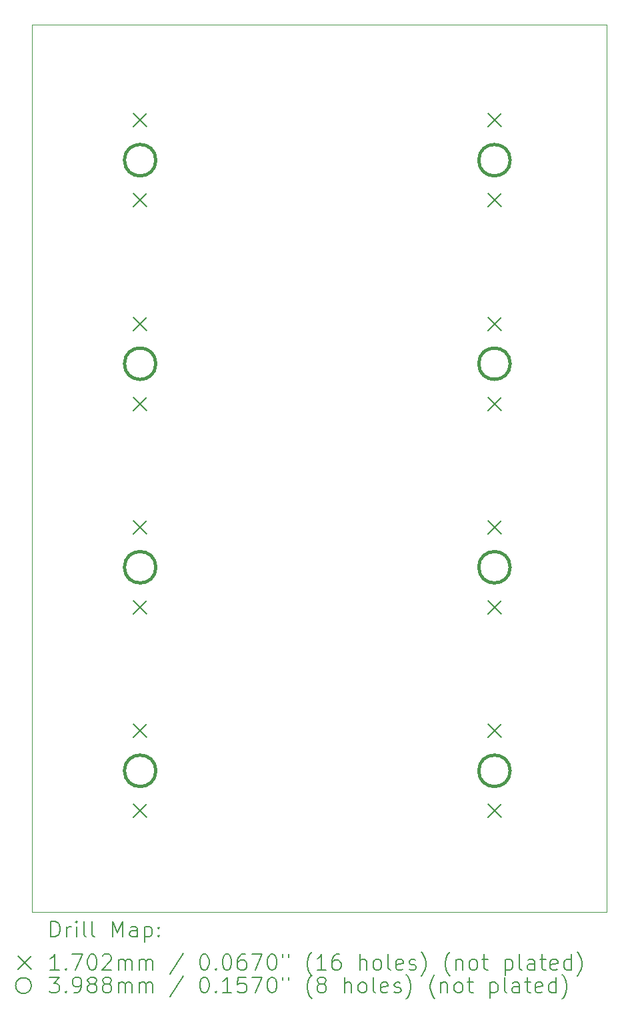
<source format=gbr>
%TF.GenerationSoftware,KiCad,Pcbnew,7.0.2*%
%TF.CreationDate,2023-10-25T06:34:29-04:00*%
%TF.ProjectId,MacroPad Base,4d616372-6f50-4616-9420-426173652e6b,rev?*%
%TF.SameCoordinates,Original*%
%TF.FileFunction,Drillmap*%
%TF.FilePolarity,Positive*%
%FSLAX45Y45*%
G04 Gerber Fmt 4.5, Leading zero omitted, Abs format (unit mm)*
G04 Created by KiCad (PCBNEW 7.0.2) date 2023-10-25 06:34:29*
%MOMM*%
%LPD*%
G01*
G04 APERTURE LIST*
%ADD10C,0.100000*%
%ADD11C,0.200000*%
%ADD12C,0.170180*%
%ADD13C,0.398780*%
G04 APERTURE END LIST*
D10*
X4212350Y-2032900D02*
X11516450Y-2032900D01*
X11516450Y-13298300D01*
X4212350Y-13298300D01*
X4212350Y-2032900D01*
D11*
D12*
X5503710Y-3158110D02*
X5673890Y-3328290D01*
X5673890Y-3158110D02*
X5503710Y-3328290D01*
X5503710Y-4174110D02*
X5673890Y-4344290D01*
X5673890Y-4174110D02*
X5503710Y-4344290D01*
X5503710Y-5743110D02*
X5673890Y-5913290D01*
X5673890Y-5743110D02*
X5503710Y-5913290D01*
X5503710Y-6759110D02*
X5673890Y-6929290D01*
X5673890Y-6759110D02*
X5503710Y-6929290D01*
X5503710Y-8328110D02*
X5673890Y-8498290D01*
X5673890Y-8328110D02*
X5503710Y-8498290D01*
X5503710Y-9344110D02*
X5673890Y-9514290D01*
X5673890Y-9344110D02*
X5503710Y-9514290D01*
X5503710Y-10913110D02*
X5673890Y-11083290D01*
X5673890Y-10913110D02*
X5503710Y-11083290D01*
X5503710Y-11929110D02*
X5673890Y-12099290D01*
X5673890Y-11929110D02*
X5503710Y-12099290D01*
X10003710Y-3158110D02*
X10173890Y-3328290D01*
X10173890Y-3158110D02*
X10003710Y-3328290D01*
X10003710Y-4174110D02*
X10173890Y-4344290D01*
X10173890Y-4174110D02*
X10003710Y-4344290D01*
X10003710Y-5743110D02*
X10173890Y-5913290D01*
X10173890Y-5743110D02*
X10003710Y-5913290D01*
X10003710Y-6759110D02*
X10173890Y-6929290D01*
X10173890Y-6759110D02*
X10003710Y-6929290D01*
X10003710Y-8328110D02*
X10173890Y-8498290D01*
X10173890Y-8328110D02*
X10003710Y-8498290D01*
X10003710Y-9344110D02*
X10173890Y-9514290D01*
X10173890Y-9344110D02*
X10003710Y-9514290D01*
X10003710Y-10913110D02*
X10173890Y-11083290D01*
X10173890Y-10913110D02*
X10003710Y-11083290D01*
X10003710Y-11929110D02*
X10173890Y-12099290D01*
X10173890Y-11929110D02*
X10003710Y-12099290D01*
D13*
X5788190Y-3751200D02*
G75*
G03*
X5788190Y-3751200I-199390J0D01*
G01*
X5788190Y-6336200D02*
G75*
G03*
X5788190Y-6336200I-199390J0D01*
G01*
X5788190Y-8921200D02*
G75*
G03*
X5788190Y-8921200I-199390J0D01*
G01*
X5788190Y-11506200D02*
G75*
G03*
X5788190Y-11506200I-199390J0D01*
G01*
X10288190Y-3751200D02*
G75*
G03*
X10288190Y-3751200I-199390J0D01*
G01*
X10288190Y-6336200D02*
G75*
G03*
X10288190Y-6336200I-199390J0D01*
G01*
X10288190Y-8921200D02*
G75*
G03*
X10288190Y-8921200I-199390J0D01*
G01*
X10288190Y-11506200D02*
G75*
G03*
X10288190Y-11506200I-199390J0D01*
G01*
D11*
X4454969Y-13615824D02*
X4454969Y-13415824D01*
X4454969Y-13415824D02*
X4502588Y-13415824D01*
X4502588Y-13415824D02*
X4531160Y-13425348D01*
X4531160Y-13425348D02*
X4550207Y-13444395D01*
X4550207Y-13444395D02*
X4559731Y-13463443D01*
X4559731Y-13463443D02*
X4569255Y-13501538D01*
X4569255Y-13501538D02*
X4569255Y-13530109D01*
X4569255Y-13530109D02*
X4559731Y-13568205D01*
X4559731Y-13568205D02*
X4550207Y-13587252D01*
X4550207Y-13587252D02*
X4531160Y-13606300D01*
X4531160Y-13606300D02*
X4502588Y-13615824D01*
X4502588Y-13615824D02*
X4454969Y-13615824D01*
X4654969Y-13615824D02*
X4654969Y-13482490D01*
X4654969Y-13520586D02*
X4664493Y-13501538D01*
X4664493Y-13501538D02*
X4674017Y-13492014D01*
X4674017Y-13492014D02*
X4693064Y-13482490D01*
X4693064Y-13482490D02*
X4712112Y-13482490D01*
X4778779Y-13615824D02*
X4778779Y-13482490D01*
X4778779Y-13415824D02*
X4769255Y-13425348D01*
X4769255Y-13425348D02*
X4778779Y-13434871D01*
X4778779Y-13434871D02*
X4788302Y-13425348D01*
X4788302Y-13425348D02*
X4778779Y-13415824D01*
X4778779Y-13415824D02*
X4778779Y-13434871D01*
X4902588Y-13615824D02*
X4883540Y-13606300D01*
X4883540Y-13606300D02*
X4874017Y-13587252D01*
X4874017Y-13587252D02*
X4874017Y-13415824D01*
X5007350Y-13615824D02*
X4988302Y-13606300D01*
X4988302Y-13606300D02*
X4978779Y-13587252D01*
X4978779Y-13587252D02*
X4978779Y-13415824D01*
X5235921Y-13615824D02*
X5235921Y-13415824D01*
X5235921Y-13415824D02*
X5302588Y-13558681D01*
X5302588Y-13558681D02*
X5369255Y-13415824D01*
X5369255Y-13415824D02*
X5369255Y-13615824D01*
X5550207Y-13615824D02*
X5550207Y-13511062D01*
X5550207Y-13511062D02*
X5540683Y-13492014D01*
X5540683Y-13492014D02*
X5521636Y-13482490D01*
X5521636Y-13482490D02*
X5483540Y-13482490D01*
X5483540Y-13482490D02*
X5464493Y-13492014D01*
X5550207Y-13606300D02*
X5531160Y-13615824D01*
X5531160Y-13615824D02*
X5483540Y-13615824D01*
X5483540Y-13615824D02*
X5464493Y-13606300D01*
X5464493Y-13606300D02*
X5454969Y-13587252D01*
X5454969Y-13587252D02*
X5454969Y-13568205D01*
X5454969Y-13568205D02*
X5464493Y-13549157D01*
X5464493Y-13549157D02*
X5483540Y-13539633D01*
X5483540Y-13539633D02*
X5531160Y-13539633D01*
X5531160Y-13539633D02*
X5550207Y-13530109D01*
X5645445Y-13482490D02*
X5645445Y-13682490D01*
X5645445Y-13492014D02*
X5664493Y-13482490D01*
X5664493Y-13482490D02*
X5702588Y-13482490D01*
X5702588Y-13482490D02*
X5721636Y-13492014D01*
X5721636Y-13492014D02*
X5731159Y-13501538D01*
X5731159Y-13501538D02*
X5740683Y-13520586D01*
X5740683Y-13520586D02*
X5740683Y-13577728D01*
X5740683Y-13577728D02*
X5731159Y-13596776D01*
X5731159Y-13596776D02*
X5721636Y-13606300D01*
X5721636Y-13606300D02*
X5702588Y-13615824D01*
X5702588Y-13615824D02*
X5664493Y-13615824D01*
X5664493Y-13615824D02*
X5645445Y-13606300D01*
X5826398Y-13596776D02*
X5835921Y-13606300D01*
X5835921Y-13606300D02*
X5826398Y-13615824D01*
X5826398Y-13615824D02*
X5816874Y-13606300D01*
X5816874Y-13606300D02*
X5826398Y-13596776D01*
X5826398Y-13596776D02*
X5826398Y-13615824D01*
X5826398Y-13492014D02*
X5835921Y-13501538D01*
X5835921Y-13501538D02*
X5826398Y-13511062D01*
X5826398Y-13511062D02*
X5816874Y-13501538D01*
X5816874Y-13501538D02*
X5826398Y-13492014D01*
X5826398Y-13492014D02*
X5826398Y-13511062D01*
D12*
X4037170Y-13858210D02*
X4207350Y-14028390D01*
X4207350Y-13858210D02*
X4037170Y-14028390D01*
D11*
X4559731Y-14035824D02*
X4445445Y-14035824D01*
X4502588Y-14035824D02*
X4502588Y-13835824D01*
X4502588Y-13835824D02*
X4483540Y-13864395D01*
X4483540Y-13864395D02*
X4464493Y-13883443D01*
X4464493Y-13883443D02*
X4445445Y-13892967D01*
X4645445Y-14016776D02*
X4654969Y-14026300D01*
X4654969Y-14026300D02*
X4645445Y-14035824D01*
X4645445Y-14035824D02*
X4635921Y-14026300D01*
X4635921Y-14026300D02*
X4645445Y-14016776D01*
X4645445Y-14016776D02*
X4645445Y-14035824D01*
X4721636Y-13835824D02*
X4854969Y-13835824D01*
X4854969Y-13835824D02*
X4769255Y-14035824D01*
X4969255Y-13835824D02*
X4988302Y-13835824D01*
X4988302Y-13835824D02*
X5007350Y-13845348D01*
X5007350Y-13845348D02*
X5016874Y-13854871D01*
X5016874Y-13854871D02*
X5026398Y-13873919D01*
X5026398Y-13873919D02*
X5035921Y-13912014D01*
X5035921Y-13912014D02*
X5035921Y-13959633D01*
X5035921Y-13959633D02*
X5026398Y-13997728D01*
X5026398Y-13997728D02*
X5016874Y-14016776D01*
X5016874Y-14016776D02*
X5007350Y-14026300D01*
X5007350Y-14026300D02*
X4988302Y-14035824D01*
X4988302Y-14035824D02*
X4969255Y-14035824D01*
X4969255Y-14035824D02*
X4950207Y-14026300D01*
X4950207Y-14026300D02*
X4940683Y-14016776D01*
X4940683Y-14016776D02*
X4931160Y-13997728D01*
X4931160Y-13997728D02*
X4921636Y-13959633D01*
X4921636Y-13959633D02*
X4921636Y-13912014D01*
X4921636Y-13912014D02*
X4931160Y-13873919D01*
X4931160Y-13873919D02*
X4940683Y-13854871D01*
X4940683Y-13854871D02*
X4950207Y-13845348D01*
X4950207Y-13845348D02*
X4969255Y-13835824D01*
X5112112Y-13854871D02*
X5121636Y-13845348D01*
X5121636Y-13845348D02*
X5140683Y-13835824D01*
X5140683Y-13835824D02*
X5188302Y-13835824D01*
X5188302Y-13835824D02*
X5207350Y-13845348D01*
X5207350Y-13845348D02*
X5216874Y-13854871D01*
X5216874Y-13854871D02*
X5226398Y-13873919D01*
X5226398Y-13873919D02*
X5226398Y-13892967D01*
X5226398Y-13892967D02*
X5216874Y-13921538D01*
X5216874Y-13921538D02*
X5102588Y-14035824D01*
X5102588Y-14035824D02*
X5226398Y-14035824D01*
X5312112Y-14035824D02*
X5312112Y-13902490D01*
X5312112Y-13921538D02*
X5321636Y-13912014D01*
X5321636Y-13912014D02*
X5340683Y-13902490D01*
X5340683Y-13902490D02*
X5369255Y-13902490D01*
X5369255Y-13902490D02*
X5388302Y-13912014D01*
X5388302Y-13912014D02*
X5397826Y-13931062D01*
X5397826Y-13931062D02*
X5397826Y-14035824D01*
X5397826Y-13931062D02*
X5407350Y-13912014D01*
X5407350Y-13912014D02*
X5426398Y-13902490D01*
X5426398Y-13902490D02*
X5454969Y-13902490D01*
X5454969Y-13902490D02*
X5474017Y-13912014D01*
X5474017Y-13912014D02*
X5483541Y-13931062D01*
X5483541Y-13931062D02*
X5483541Y-14035824D01*
X5578779Y-14035824D02*
X5578779Y-13902490D01*
X5578779Y-13921538D02*
X5588302Y-13912014D01*
X5588302Y-13912014D02*
X5607350Y-13902490D01*
X5607350Y-13902490D02*
X5635921Y-13902490D01*
X5635921Y-13902490D02*
X5654969Y-13912014D01*
X5654969Y-13912014D02*
X5664493Y-13931062D01*
X5664493Y-13931062D02*
X5664493Y-14035824D01*
X5664493Y-13931062D02*
X5674017Y-13912014D01*
X5674017Y-13912014D02*
X5693064Y-13902490D01*
X5693064Y-13902490D02*
X5721636Y-13902490D01*
X5721636Y-13902490D02*
X5740683Y-13912014D01*
X5740683Y-13912014D02*
X5750207Y-13931062D01*
X5750207Y-13931062D02*
X5750207Y-14035824D01*
X6140683Y-13826300D02*
X5969255Y-14083443D01*
X6397826Y-13835824D02*
X6416874Y-13835824D01*
X6416874Y-13835824D02*
X6435922Y-13845348D01*
X6435922Y-13845348D02*
X6445445Y-13854871D01*
X6445445Y-13854871D02*
X6454969Y-13873919D01*
X6454969Y-13873919D02*
X6464493Y-13912014D01*
X6464493Y-13912014D02*
X6464493Y-13959633D01*
X6464493Y-13959633D02*
X6454969Y-13997728D01*
X6454969Y-13997728D02*
X6445445Y-14016776D01*
X6445445Y-14016776D02*
X6435922Y-14026300D01*
X6435922Y-14026300D02*
X6416874Y-14035824D01*
X6416874Y-14035824D02*
X6397826Y-14035824D01*
X6397826Y-14035824D02*
X6378779Y-14026300D01*
X6378779Y-14026300D02*
X6369255Y-14016776D01*
X6369255Y-14016776D02*
X6359731Y-13997728D01*
X6359731Y-13997728D02*
X6350207Y-13959633D01*
X6350207Y-13959633D02*
X6350207Y-13912014D01*
X6350207Y-13912014D02*
X6359731Y-13873919D01*
X6359731Y-13873919D02*
X6369255Y-13854871D01*
X6369255Y-13854871D02*
X6378779Y-13845348D01*
X6378779Y-13845348D02*
X6397826Y-13835824D01*
X6550207Y-14016776D02*
X6559731Y-14026300D01*
X6559731Y-14026300D02*
X6550207Y-14035824D01*
X6550207Y-14035824D02*
X6540683Y-14026300D01*
X6540683Y-14026300D02*
X6550207Y-14016776D01*
X6550207Y-14016776D02*
X6550207Y-14035824D01*
X6683541Y-13835824D02*
X6702588Y-13835824D01*
X6702588Y-13835824D02*
X6721636Y-13845348D01*
X6721636Y-13845348D02*
X6731160Y-13854871D01*
X6731160Y-13854871D02*
X6740683Y-13873919D01*
X6740683Y-13873919D02*
X6750207Y-13912014D01*
X6750207Y-13912014D02*
X6750207Y-13959633D01*
X6750207Y-13959633D02*
X6740683Y-13997728D01*
X6740683Y-13997728D02*
X6731160Y-14016776D01*
X6731160Y-14016776D02*
X6721636Y-14026300D01*
X6721636Y-14026300D02*
X6702588Y-14035824D01*
X6702588Y-14035824D02*
X6683541Y-14035824D01*
X6683541Y-14035824D02*
X6664493Y-14026300D01*
X6664493Y-14026300D02*
X6654969Y-14016776D01*
X6654969Y-14016776D02*
X6645445Y-13997728D01*
X6645445Y-13997728D02*
X6635922Y-13959633D01*
X6635922Y-13959633D02*
X6635922Y-13912014D01*
X6635922Y-13912014D02*
X6645445Y-13873919D01*
X6645445Y-13873919D02*
X6654969Y-13854871D01*
X6654969Y-13854871D02*
X6664493Y-13845348D01*
X6664493Y-13845348D02*
X6683541Y-13835824D01*
X6921636Y-13835824D02*
X6883541Y-13835824D01*
X6883541Y-13835824D02*
X6864493Y-13845348D01*
X6864493Y-13845348D02*
X6854969Y-13854871D01*
X6854969Y-13854871D02*
X6835922Y-13883443D01*
X6835922Y-13883443D02*
X6826398Y-13921538D01*
X6826398Y-13921538D02*
X6826398Y-13997728D01*
X6826398Y-13997728D02*
X6835922Y-14016776D01*
X6835922Y-14016776D02*
X6845445Y-14026300D01*
X6845445Y-14026300D02*
X6864493Y-14035824D01*
X6864493Y-14035824D02*
X6902588Y-14035824D01*
X6902588Y-14035824D02*
X6921636Y-14026300D01*
X6921636Y-14026300D02*
X6931160Y-14016776D01*
X6931160Y-14016776D02*
X6940683Y-13997728D01*
X6940683Y-13997728D02*
X6940683Y-13950109D01*
X6940683Y-13950109D02*
X6931160Y-13931062D01*
X6931160Y-13931062D02*
X6921636Y-13921538D01*
X6921636Y-13921538D02*
X6902588Y-13912014D01*
X6902588Y-13912014D02*
X6864493Y-13912014D01*
X6864493Y-13912014D02*
X6845445Y-13921538D01*
X6845445Y-13921538D02*
X6835922Y-13931062D01*
X6835922Y-13931062D02*
X6826398Y-13950109D01*
X7007350Y-13835824D02*
X7140683Y-13835824D01*
X7140683Y-13835824D02*
X7054969Y-14035824D01*
X7254969Y-13835824D02*
X7274017Y-13835824D01*
X7274017Y-13835824D02*
X7293064Y-13845348D01*
X7293064Y-13845348D02*
X7302588Y-13854871D01*
X7302588Y-13854871D02*
X7312112Y-13873919D01*
X7312112Y-13873919D02*
X7321636Y-13912014D01*
X7321636Y-13912014D02*
X7321636Y-13959633D01*
X7321636Y-13959633D02*
X7312112Y-13997728D01*
X7312112Y-13997728D02*
X7302588Y-14016776D01*
X7302588Y-14016776D02*
X7293064Y-14026300D01*
X7293064Y-14026300D02*
X7274017Y-14035824D01*
X7274017Y-14035824D02*
X7254969Y-14035824D01*
X7254969Y-14035824D02*
X7235922Y-14026300D01*
X7235922Y-14026300D02*
X7226398Y-14016776D01*
X7226398Y-14016776D02*
X7216874Y-13997728D01*
X7216874Y-13997728D02*
X7207350Y-13959633D01*
X7207350Y-13959633D02*
X7207350Y-13912014D01*
X7207350Y-13912014D02*
X7216874Y-13873919D01*
X7216874Y-13873919D02*
X7226398Y-13854871D01*
X7226398Y-13854871D02*
X7235922Y-13845348D01*
X7235922Y-13845348D02*
X7254969Y-13835824D01*
X7397826Y-13835824D02*
X7397826Y-13873919D01*
X7474017Y-13835824D02*
X7474017Y-13873919D01*
X7769255Y-14112014D02*
X7759731Y-14102490D01*
X7759731Y-14102490D02*
X7740684Y-14073919D01*
X7740684Y-14073919D02*
X7731160Y-14054871D01*
X7731160Y-14054871D02*
X7721636Y-14026300D01*
X7721636Y-14026300D02*
X7712112Y-13978681D01*
X7712112Y-13978681D02*
X7712112Y-13940586D01*
X7712112Y-13940586D02*
X7721636Y-13892967D01*
X7721636Y-13892967D02*
X7731160Y-13864395D01*
X7731160Y-13864395D02*
X7740684Y-13845348D01*
X7740684Y-13845348D02*
X7759731Y-13816776D01*
X7759731Y-13816776D02*
X7769255Y-13807252D01*
X7950207Y-14035824D02*
X7835922Y-14035824D01*
X7893064Y-14035824D02*
X7893064Y-13835824D01*
X7893064Y-13835824D02*
X7874017Y-13864395D01*
X7874017Y-13864395D02*
X7854969Y-13883443D01*
X7854969Y-13883443D02*
X7835922Y-13892967D01*
X8121636Y-13835824D02*
X8083541Y-13835824D01*
X8083541Y-13835824D02*
X8064493Y-13845348D01*
X8064493Y-13845348D02*
X8054969Y-13854871D01*
X8054969Y-13854871D02*
X8035922Y-13883443D01*
X8035922Y-13883443D02*
X8026398Y-13921538D01*
X8026398Y-13921538D02*
X8026398Y-13997728D01*
X8026398Y-13997728D02*
X8035922Y-14016776D01*
X8035922Y-14016776D02*
X8045445Y-14026300D01*
X8045445Y-14026300D02*
X8064493Y-14035824D01*
X8064493Y-14035824D02*
X8102588Y-14035824D01*
X8102588Y-14035824D02*
X8121636Y-14026300D01*
X8121636Y-14026300D02*
X8131160Y-14016776D01*
X8131160Y-14016776D02*
X8140684Y-13997728D01*
X8140684Y-13997728D02*
X8140684Y-13950109D01*
X8140684Y-13950109D02*
X8131160Y-13931062D01*
X8131160Y-13931062D02*
X8121636Y-13921538D01*
X8121636Y-13921538D02*
X8102588Y-13912014D01*
X8102588Y-13912014D02*
X8064493Y-13912014D01*
X8064493Y-13912014D02*
X8045445Y-13921538D01*
X8045445Y-13921538D02*
X8035922Y-13931062D01*
X8035922Y-13931062D02*
X8026398Y-13950109D01*
X8378779Y-14035824D02*
X8378779Y-13835824D01*
X8464493Y-14035824D02*
X8464493Y-13931062D01*
X8464493Y-13931062D02*
X8454969Y-13912014D01*
X8454969Y-13912014D02*
X8435922Y-13902490D01*
X8435922Y-13902490D02*
X8407350Y-13902490D01*
X8407350Y-13902490D02*
X8388303Y-13912014D01*
X8388303Y-13912014D02*
X8378779Y-13921538D01*
X8588303Y-14035824D02*
X8569255Y-14026300D01*
X8569255Y-14026300D02*
X8559731Y-14016776D01*
X8559731Y-14016776D02*
X8550208Y-13997728D01*
X8550208Y-13997728D02*
X8550208Y-13940586D01*
X8550208Y-13940586D02*
X8559731Y-13921538D01*
X8559731Y-13921538D02*
X8569255Y-13912014D01*
X8569255Y-13912014D02*
X8588303Y-13902490D01*
X8588303Y-13902490D02*
X8616874Y-13902490D01*
X8616874Y-13902490D02*
X8635922Y-13912014D01*
X8635922Y-13912014D02*
X8645446Y-13921538D01*
X8645446Y-13921538D02*
X8654969Y-13940586D01*
X8654969Y-13940586D02*
X8654969Y-13997728D01*
X8654969Y-13997728D02*
X8645446Y-14016776D01*
X8645446Y-14016776D02*
X8635922Y-14026300D01*
X8635922Y-14026300D02*
X8616874Y-14035824D01*
X8616874Y-14035824D02*
X8588303Y-14035824D01*
X8769255Y-14035824D02*
X8750208Y-14026300D01*
X8750208Y-14026300D02*
X8740684Y-14007252D01*
X8740684Y-14007252D02*
X8740684Y-13835824D01*
X8921636Y-14026300D02*
X8902589Y-14035824D01*
X8902589Y-14035824D02*
X8864493Y-14035824D01*
X8864493Y-14035824D02*
X8845446Y-14026300D01*
X8845446Y-14026300D02*
X8835922Y-14007252D01*
X8835922Y-14007252D02*
X8835922Y-13931062D01*
X8835922Y-13931062D02*
X8845446Y-13912014D01*
X8845446Y-13912014D02*
X8864493Y-13902490D01*
X8864493Y-13902490D02*
X8902589Y-13902490D01*
X8902589Y-13902490D02*
X8921636Y-13912014D01*
X8921636Y-13912014D02*
X8931160Y-13931062D01*
X8931160Y-13931062D02*
X8931160Y-13950109D01*
X8931160Y-13950109D02*
X8835922Y-13969157D01*
X9007350Y-14026300D02*
X9026398Y-14035824D01*
X9026398Y-14035824D02*
X9064493Y-14035824D01*
X9064493Y-14035824D02*
X9083541Y-14026300D01*
X9083541Y-14026300D02*
X9093065Y-14007252D01*
X9093065Y-14007252D02*
X9093065Y-13997728D01*
X9093065Y-13997728D02*
X9083541Y-13978681D01*
X9083541Y-13978681D02*
X9064493Y-13969157D01*
X9064493Y-13969157D02*
X9035922Y-13969157D01*
X9035922Y-13969157D02*
X9016874Y-13959633D01*
X9016874Y-13959633D02*
X9007350Y-13940586D01*
X9007350Y-13940586D02*
X9007350Y-13931062D01*
X9007350Y-13931062D02*
X9016874Y-13912014D01*
X9016874Y-13912014D02*
X9035922Y-13902490D01*
X9035922Y-13902490D02*
X9064493Y-13902490D01*
X9064493Y-13902490D02*
X9083541Y-13912014D01*
X9159731Y-14112014D02*
X9169255Y-14102490D01*
X9169255Y-14102490D02*
X9188303Y-14073919D01*
X9188303Y-14073919D02*
X9197827Y-14054871D01*
X9197827Y-14054871D02*
X9207350Y-14026300D01*
X9207350Y-14026300D02*
X9216874Y-13978681D01*
X9216874Y-13978681D02*
X9216874Y-13940586D01*
X9216874Y-13940586D02*
X9207350Y-13892967D01*
X9207350Y-13892967D02*
X9197827Y-13864395D01*
X9197827Y-13864395D02*
X9188303Y-13845348D01*
X9188303Y-13845348D02*
X9169255Y-13816776D01*
X9169255Y-13816776D02*
X9159731Y-13807252D01*
X9521636Y-14112014D02*
X9512112Y-14102490D01*
X9512112Y-14102490D02*
X9493065Y-14073919D01*
X9493065Y-14073919D02*
X9483541Y-14054871D01*
X9483541Y-14054871D02*
X9474017Y-14026300D01*
X9474017Y-14026300D02*
X9464493Y-13978681D01*
X9464493Y-13978681D02*
X9464493Y-13940586D01*
X9464493Y-13940586D02*
X9474017Y-13892967D01*
X9474017Y-13892967D02*
X9483541Y-13864395D01*
X9483541Y-13864395D02*
X9493065Y-13845348D01*
X9493065Y-13845348D02*
X9512112Y-13816776D01*
X9512112Y-13816776D02*
X9521636Y-13807252D01*
X9597827Y-13902490D02*
X9597827Y-14035824D01*
X9597827Y-13921538D02*
X9607350Y-13912014D01*
X9607350Y-13912014D02*
X9626398Y-13902490D01*
X9626398Y-13902490D02*
X9654970Y-13902490D01*
X9654970Y-13902490D02*
X9674017Y-13912014D01*
X9674017Y-13912014D02*
X9683541Y-13931062D01*
X9683541Y-13931062D02*
X9683541Y-14035824D01*
X9807350Y-14035824D02*
X9788303Y-14026300D01*
X9788303Y-14026300D02*
X9778779Y-14016776D01*
X9778779Y-14016776D02*
X9769255Y-13997728D01*
X9769255Y-13997728D02*
X9769255Y-13940586D01*
X9769255Y-13940586D02*
X9778779Y-13921538D01*
X9778779Y-13921538D02*
X9788303Y-13912014D01*
X9788303Y-13912014D02*
X9807350Y-13902490D01*
X9807350Y-13902490D02*
X9835922Y-13902490D01*
X9835922Y-13902490D02*
X9854970Y-13912014D01*
X9854970Y-13912014D02*
X9864493Y-13921538D01*
X9864493Y-13921538D02*
X9874017Y-13940586D01*
X9874017Y-13940586D02*
X9874017Y-13997728D01*
X9874017Y-13997728D02*
X9864493Y-14016776D01*
X9864493Y-14016776D02*
X9854970Y-14026300D01*
X9854970Y-14026300D02*
X9835922Y-14035824D01*
X9835922Y-14035824D02*
X9807350Y-14035824D01*
X9931160Y-13902490D02*
X10007350Y-13902490D01*
X9959731Y-13835824D02*
X9959731Y-14007252D01*
X9959731Y-14007252D02*
X9969255Y-14026300D01*
X9969255Y-14026300D02*
X9988303Y-14035824D01*
X9988303Y-14035824D02*
X10007350Y-14035824D01*
X10226398Y-13902490D02*
X10226398Y-14102490D01*
X10226398Y-13912014D02*
X10245446Y-13902490D01*
X10245446Y-13902490D02*
X10283541Y-13902490D01*
X10283541Y-13902490D02*
X10302589Y-13912014D01*
X10302589Y-13912014D02*
X10312112Y-13921538D01*
X10312112Y-13921538D02*
X10321636Y-13940586D01*
X10321636Y-13940586D02*
X10321636Y-13997728D01*
X10321636Y-13997728D02*
X10312112Y-14016776D01*
X10312112Y-14016776D02*
X10302589Y-14026300D01*
X10302589Y-14026300D02*
X10283541Y-14035824D01*
X10283541Y-14035824D02*
X10245446Y-14035824D01*
X10245446Y-14035824D02*
X10226398Y-14026300D01*
X10435922Y-14035824D02*
X10416874Y-14026300D01*
X10416874Y-14026300D02*
X10407351Y-14007252D01*
X10407351Y-14007252D02*
X10407351Y-13835824D01*
X10597827Y-14035824D02*
X10597827Y-13931062D01*
X10597827Y-13931062D02*
X10588303Y-13912014D01*
X10588303Y-13912014D02*
X10569255Y-13902490D01*
X10569255Y-13902490D02*
X10531160Y-13902490D01*
X10531160Y-13902490D02*
X10512112Y-13912014D01*
X10597827Y-14026300D02*
X10578779Y-14035824D01*
X10578779Y-14035824D02*
X10531160Y-14035824D01*
X10531160Y-14035824D02*
X10512112Y-14026300D01*
X10512112Y-14026300D02*
X10502589Y-14007252D01*
X10502589Y-14007252D02*
X10502589Y-13988205D01*
X10502589Y-13988205D02*
X10512112Y-13969157D01*
X10512112Y-13969157D02*
X10531160Y-13959633D01*
X10531160Y-13959633D02*
X10578779Y-13959633D01*
X10578779Y-13959633D02*
X10597827Y-13950109D01*
X10664493Y-13902490D02*
X10740684Y-13902490D01*
X10693065Y-13835824D02*
X10693065Y-14007252D01*
X10693065Y-14007252D02*
X10702589Y-14026300D01*
X10702589Y-14026300D02*
X10721636Y-14035824D01*
X10721636Y-14035824D02*
X10740684Y-14035824D01*
X10883541Y-14026300D02*
X10864493Y-14035824D01*
X10864493Y-14035824D02*
X10826398Y-14035824D01*
X10826398Y-14035824D02*
X10807351Y-14026300D01*
X10807351Y-14026300D02*
X10797827Y-14007252D01*
X10797827Y-14007252D02*
X10797827Y-13931062D01*
X10797827Y-13931062D02*
X10807351Y-13912014D01*
X10807351Y-13912014D02*
X10826398Y-13902490D01*
X10826398Y-13902490D02*
X10864493Y-13902490D01*
X10864493Y-13902490D02*
X10883541Y-13912014D01*
X10883541Y-13912014D02*
X10893065Y-13931062D01*
X10893065Y-13931062D02*
X10893065Y-13950109D01*
X10893065Y-13950109D02*
X10797827Y-13969157D01*
X11064493Y-14035824D02*
X11064493Y-13835824D01*
X11064493Y-14026300D02*
X11045446Y-14035824D01*
X11045446Y-14035824D02*
X11007351Y-14035824D01*
X11007351Y-14035824D02*
X10988303Y-14026300D01*
X10988303Y-14026300D02*
X10978779Y-14016776D01*
X10978779Y-14016776D02*
X10969255Y-13997728D01*
X10969255Y-13997728D02*
X10969255Y-13940586D01*
X10969255Y-13940586D02*
X10978779Y-13921538D01*
X10978779Y-13921538D02*
X10988303Y-13912014D01*
X10988303Y-13912014D02*
X11007351Y-13902490D01*
X11007351Y-13902490D02*
X11045446Y-13902490D01*
X11045446Y-13902490D02*
X11064493Y-13912014D01*
X11140684Y-14112014D02*
X11150208Y-14102490D01*
X11150208Y-14102490D02*
X11169255Y-14073919D01*
X11169255Y-14073919D02*
X11178779Y-14054871D01*
X11178779Y-14054871D02*
X11188303Y-14026300D01*
X11188303Y-14026300D02*
X11197827Y-13978681D01*
X11197827Y-13978681D02*
X11197827Y-13940586D01*
X11197827Y-13940586D02*
X11188303Y-13892967D01*
X11188303Y-13892967D02*
X11178779Y-13864395D01*
X11178779Y-13864395D02*
X11169255Y-13845348D01*
X11169255Y-13845348D02*
X11150208Y-13816776D01*
X11150208Y-13816776D02*
X11140684Y-13807252D01*
X4207350Y-14233480D02*
G75*
G03*
X4207350Y-14233480I-100000J0D01*
G01*
X4435921Y-14126004D02*
X4559731Y-14126004D01*
X4559731Y-14126004D02*
X4493064Y-14202194D01*
X4493064Y-14202194D02*
X4521636Y-14202194D01*
X4521636Y-14202194D02*
X4540683Y-14211718D01*
X4540683Y-14211718D02*
X4550207Y-14221242D01*
X4550207Y-14221242D02*
X4559731Y-14240289D01*
X4559731Y-14240289D02*
X4559731Y-14287908D01*
X4559731Y-14287908D02*
X4550207Y-14306956D01*
X4550207Y-14306956D02*
X4540683Y-14316480D01*
X4540683Y-14316480D02*
X4521636Y-14326004D01*
X4521636Y-14326004D02*
X4464493Y-14326004D01*
X4464493Y-14326004D02*
X4445445Y-14316480D01*
X4445445Y-14316480D02*
X4435921Y-14306956D01*
X4645445Y-14306956D02*
X4654969Y-14316480D01*
X4654969Y-14316480D02*
X4645445Y-14326004D01*
X4645445Y-14326004D02*
X4635921Y-14316480D01*
X4635921Y-14316480D02*
X4645445Y-14306956D01*
X4645445Y-14306956D02*
X4645445Y-14326004D01*
X4750207Y-14326004D02*
X4788302Y-14326004D01*
X4788302Y-14326004D02*
X4807350Y-14316480D01*
X4807350Y-14316480D02*
X4816874Y-14306956D01*
X4816874Y-14306956D02*
X4835921Y-14278385D01*
X4835921Y-14278385D02*
X4845445Y-14240289D01*
X4845445Y-14240289D02*
X4845445Y-14164099D01*
X4845445Y-14164099D02*
X4835921Y-14145051D01*
X4835921Y-14145051D02*
X4826398Y-14135528D01*
X4826398Y-14135528D02*
X4807350Y-14126004D01*
X4807350Y-14126004D02*
X4769255Y-14126004D01*
X4769255Y-14126004D02*
X4750207Y-14135528D01*
X4750207Y-14135528D02*
X4740683Y-14145051D01*
X4740683Y-14145051D02*
X4731160Y-14164099D01*
X4731160Y-14164099D02*
X4731160Y-14211718D01*
X4731160Y-14211718D02*
X4740683Y-14230766D01*
X4740683Y-14230766D02*
X4750207Y-14240289D01*
X4750207Y-14240289D02*
X4769255Y-14249813D01*
X4769255Y-14249813D02*
X4807350Y-14249813D01*
X4807350Y-14249813D02*
X4826398Y-14240289D01*
X4826398Y-14240289D02*
X4835921Y-14230766D01*
X4835921Y-14230766D02*
X4845445Y-14211718D01*
X4959731Y-14211718D02*
X4940683Y-14202194D01*
X4940683Y-14202194D02*
X4931160Y-14192670D01*
X4931160Y-14192670D02*
X4921636Y-14173623D01*
X4921636Y-14173623D02*
X4921636Y-14164099D01*
X4921636Y-14164099D02*
X4931160Y-14145051D01*
X4931160Y-14145051D02*
X4940683Y-14135528D01*
X4940683Y-14135528D02*
X4959731Y-14126004D01*
X4959731Y-14126004D02*
X4997826Y-14126004D01*
X4997826Y-14126004D02*
X5016874Y-14135528D01*
X5016874Y-14135528D02*
X5026398Y-14145051D01*
X5026398Y-14145051D02*
X5035921Y-14164099D01*
X5035921Y-14164099D02*
X5035921Y-14173623D01*
X5035921Y-14173623D02*
X5026398Y-14192670D01*
X5026398Y-14192670D02*
X5016874Y-14202194D01*
X5016874Y-14202194D02*
X4997826Y-14211718D01*
X4997826Y-14211718D02*
X4959731Y-14211718D01*
X4959731Y-14211718D02*
X4940683Y-14221242D01*
X4940683Y-14221242D02*
X4931160Y-14230766D01*
X4931160Y-14230766D02*
X4921636Y-14249813D01*
X4921636Y-14249813D02*
X4921636Y-14287908D01*
X4921636Y-14287908D02*
X4931160Y-14306956D01*
X4931160Y-14306956D02*
X4940683Y-14316480D01*
X4940683Y-14316480D02*
X4959731Y-14326004D01*
X4959731Y-14326004D02*
X4997826Y-14326004D01*
X4997826Y-14326004D02*
X5016874Y-14316480D01*
X5016874Y-14316480D02*
X5026398Y-14306956D01*
X5026398Y-14306956D02*
X5035921Y-14287908D01*
X5035921Y-14287908D02*
X5035921Y-14249813D01*
X5035921Y-14249813D02*
X5026398Y-14230766D01*
X5026398Y-14230766D02*
X5016874Y-14221242D01*
X5016874Y-14221242D02*
X4997826Y-14211718D01*
X5150207Y-14211718D02*
X5131160Y-14202194D01*
X5131160Y-14202194D02*
X5121636Y-14192670D01*
X5121636Y-14192670D02*
X5112112Y-14173623D01*
X5112112Y-14173623D02*
X5112112Y-14164099D01*
X5112112Y-14164099D02*
X5121636Y-14145051D01*
X5121636Y-14145051D02*
X5131160Y-14135528D01*
X5131160Y-14135528D02*
X5150207Y-14126004D01*
X5150207Y-14126004D02*
X5188302Y-14126004D01*
X5188302Y-14126004D02*
X5207350Y-14135528D01*
X5207350Y-14135528D02*
X5216874Y-14145051D01*
X5216874Y-14145051D02*
X5226398Y-14164099D01*
X5226398Y-14164099D02*
X5226398Y-14173623D01*
X5226398Y-14173623D02*
X5216874Y-14192670D01*
X5216874Y-14192670D02*
X5207350Y-14202194D01*
X5207350Y-14202194D02*
X5188302Y-14211718D01*
X5188302Y-14211718D02*
X5150207Y-14211718D01*
X5150207Y-14211718D02*
X5131160Y-14221242D01*
X5131160Y-14221242D02*
X5121636Y-14230766D01*
X5121636Y-14230766D02*
X5112112Y-14249813D01*
X5112112Y-14249813D02*
X5112112Y-14287908D01*
X5112112Y-14287908D02*
X5121636Y-14306956D01*
X5121636Y-14306956D02*
X5131160Y-14316480D01*
X5131160Y-14316480D02*
X5150207Y-14326004D01*
X5150207Y-14326004D02*
X5188302Y-14326004D01*
X5188302Y-14326004D02*
X5207350Y-14316480D01*
X5207350Y-14316480D02*
X5216874Y-14306956D01*
X5216874Y-14306956D02*
X5226398Y-14287908D01*
X5226398Y-14287908D02*
X5226398Y-14249813D01*
X5226398Y-14249813D02*
X5216874Y-14230766D01*
X5216874Y-14230766D02*
X5207350Y-14221242D01*
X5207350Y-14221242D02*
X5188302Y-14211718D01*
X5312112Y-14326004D02*
X5312112Y-14192670D01*
X5312112Y-14211718D02*
X5321636Y-14202194D01*
X5321636Y-14202194D02*
X5340683Y-14192670D01*
X5340683Y-14192670D02*
X5369255Y-14192670D01*
X5369255Y-14192670D02*
X5388302Y-14202194D01*
X5388302Y-14202194D02*
X5397826Y-14221242D01*
X5397826Y-14221242D02*
X5397826Y-14326004D01*
X5397826Y-14221242D02*
X5407350Y-14202194D01*
X5407350Y-14202194D02*
X5426398Y-14192670D01*
X5426398Y-14192670D02*
X5454969Y-14192670D01*
X5454969Y-14192670D02*
X5474017Y-14202194D01*
X5474017Y-14202194D02*
X5483541Y-14221242D01*
X5483541Y-14221242D02*
X5483541Y-14326004D01*
X5578779Y-14326004D02*
X5578779Y-14192670D01*
X5578779Y-14211718D02*
X5588302Y-14202194D01*
X5588302Y-14202194D02*
X5607350Y-14192670D01*
X5607350Y-14192670D02*
X5635921Y-14192670D01*
X5635921Y-14192670D02*
X5654969Y-14202194D01*
X5654969Y-14202194D02*
X5664493Y-14221242D01*
X5664493Y-14221242D02*
X5664493Y-14326004D01*
X5664493Y-14221242D02*
X5674017Y-14202194D01*
X5674017Y-14202194D02*
X5693064Y-14192670D01*
X5693064Y-14192670D02*
X5721636Y-14192670D01*
X5721636Y-14192670D02*
X5740683Y-14202194D01*
X5740683Y-14202194D02*
X5750207Y-14221242D01*
X5750207Y-14221242D02*
X5750207Y-14326004D01*
X6140683Y-14116480D02*
X5969255Y-14373623D01*
X6397826Y-14126004D02*
X6416874Y-14126004D01*
X6416874Y-14126004D02*
X6435922Y-14135528D01*
X6435922Y-14135528D02*
X6445445Y-14145051D01*
X6445445Y-14145051D02*
X6454969Y-14164099D01*
X6454969Y-14164099D02*
X6464493Y-14202194D01*
X6464493Y-14202194D02*
X6464493Y-14249813D01*
X6464493Y-14249813D02*
X6454969Y-14287908D01*
X6454969Y-14287908D02*
X6445445Y-14306956D01*
X6445445Y-14306956D02*
X6435922Y-14316480D01*
X6435922Y-14316480D02*
X6416874Y-14326004D01*
X6416874Y-14326004D02*
X6397826Y-14326004D01*
X6397826Y-14326004D02*
X6378779Y-14316480D01*
X6378779Y-14316480D02*
X6369255Y-14306956D01*
X6369255Y-14306956D02*
X6359731Y-14287908D01*
X6359731Y-14287908D02*
X6350207Y-14249813D01*
X6350207Y-14249813D02*
X6350207Y-14202194D01*
X6350207Y-14202194D02*
X6359731Y-14164099D01*
X6359731Y-14164099D02*
X6369255Y-14145051D01*
X6369255Y-14145051D02*
X6378779Y-14135528D01*
X6378779Y-14135528D02*
X6397826Y-14126004D01*
X6550207Y-14306956D02*
X6559731Y-14316480D01*
X6559731Y-14316480D02*
X6550207Y-14326004D01*
X6550207Y-14326004D02*
X6540683Y-14316480D01*
X6540683Y-14316480D02*
X6550207Y-14306956D01*
X6550207Y-14306956D02*
X6550207Y-14326004D01*
X6750207Y-14326004D02*
X6635922Y-14326004D01*
X6693064Y-14326004D02*
X6693064Y-14126004D01*
X6693064Y-14126004D02*
X6674017Y-14154575D01*
X6674017Y-14154575D02*
X6654969Y-14173623D01*
X6654969Y-14173623D02*
X6635922Y-14183147D01*
X6931160Y-14126004D02*
X6835922Y-14126004D01*
X6835922Y-14126004D02*
X6826398Y-14221242D01*
X6826398Y-14221242D02*
X6835922Y-14211718D01*
X6835922Y-14211718D02*
X6854969Y-14202194D01*
X6854969Y-14202194D02*
X6902588Y-14202194D01*
X6902588Y-14202194D02*
X6921636Y-14211718D01*
X6921636Y-14211718D02*
X6931160Y-14221242D01*
X6931160Y-14221242D02*
X6940683Y-14240289D01*
X6940683Y-14240289D02*
X6940683Y-14287908D01*
X6940683Y-14287908D02*
X6931160Y-14306956D01*
X6931160Y-14306956D02*
X6921636Y-14316480D01*
X6921636Y-14316480D02*
X6902588Y-14326004D01*
X6902588Y-14326004D02*
X6854969Y-14326004D01*
X6854969Y-14326004D02*
X6835922Y-14316480D01*
X6835922Y-14316480D02*
X6826398Y-14306956D01*
X7007350Y-14126004D02*
X7140683Y-14126004D01*
X7140683Y-14126004D02*
X7054969Y-14326004D01*
X7254969Y-14126004D02*
X7274017Y-14126004D01*
X7274017Y-14126004D02*
X7293064Y-14135528D01*
X7293064Y-14135528D02*
X7302588Y-14145051D01*
X7302588Y-14145051D02*
X7312112Y-14164099D01*
X7312112Y-14164099D02*
X7321636Y-14202194D01*
X7321636Y-14202194D02*
X7321636Y-14249813D01*
X7321636Y-14249813D02*
X7312112Y-14287908D01*
X7312112Y-14287908D02*
X7302588Y-14306956D01*
X7302588Y-14306956D02*
X7293064Y-14316480D01*
X7293064Y-14316480D02*
X7274017Y-14326004D01*
X7274017Y-14326004D02*
X7254969Y-14326004D01*
X7254969Y-14326004D02*
X7235922Y-14316480D01*
X7235922Y-14316480D02*
X7226398Y-14306956D01*
X7226398Y-14306956D02*
X7216874Y-14287908D01*
X7216874Y-14287908D02*
X7207350Y-14249813D01*
X7207350Y-14249813D02*
X7207350Y-14202194D01*
X7207350Y-14202194D02*
X7216874Y-14164099D01*
X7216874Y-14164099D02*
X7226398Y-14145051D01*
X7226398Y-14145051D02*
X7235922Y-14135528D01*
X7235922Y-14135528D02*
X7254969Y-14126004D01*
X7397826Y-14126004D02*
X7397826Y-14164099D01*
X7474017Y-14126004D02*
X7474017Y-14164099D01*
X7769255Y-14402194D02*
X7759731Y-14392670D01*
X7759731Y-14392670D02*
X7740684Y-14364099D01*
X7740684Y-14364099D02*
X7731160Y-14345051D01*
X7731160Y-14345051D02*
X7721636Y-14316480D01*
X7721636Y-14316480D02*
X7712112Y-14268861D01*
X7712112Y-14268861D02*
X7712112Y-14230766D01*
X7712112Y-14230766D02*
X7721636Y-14183147D01*
X7721636Y-14183147D02*
X7731160Y-14154575D01*
X7731160Y-14154575D02*
X7740684Y-14135528D01*
X7740684Y-14135528D02*
X7759731Y-14106956D01*
X7759731Y-14106956D02*
X7769255Y-14097432D01*
X7874017Y-14211718D02*
X7854969Y-14202194D01*
X7854969Y-14202194D02*
X7845445Y-14192670D01*
X7845445Y-14192670D02*
X7835922Y-14173623D01*
X7835922Y-14173623D02*
X7835922Y-14164099D01*
X7835922Y-14164099D02*
X7845445Y-14145051D01*
X7845445Y-14145051D02*
X7854969Y-14135528D01*
X7854969Y-14135528D02*
X7874017Y-14126004D01*
X7874017Y-14126004D02*
X7912112Y-14126004D01*
X7912112Y-14126004D02*
X7931160Y-14135528D01*
X7931160Y-14135528D02*
X7940684Y-14145051D01*
X7940684Y-14145051D02*
X7950207Y-14164099D01*
X7950207Y-14164099D02*
X7950207Y-14173623D01*
X7950207Y-14173623D02*
X7940684Y-14192670D01*
X7940684Y-14192670D02*
X7931160Y-14202194D01*
X7931160Y-14202194D02*
X7912112Y-14211718D01*
X7912112Y-14211718D02*
X7874017Y-14211718D01*
X7874017Y-14211718D02*
X7854969Y-14221242D01*
X7854969Y-14221242D02*
X7845445Y-14230766D01*
X7845445Y-14230766D02*
X7835922Y-14249813D01*
X7835922Y-14249813D02*
X7835922Y-14287908D01*
X7835922Y-14287908D02*
X7845445Y-14306956D01*
X7845445Y-14306956D02*
X7854969Y-14316480D01*
X7854969Y-14316480D02*
X7874017Y-14326004D01*
X7874017Y-14326004D02*
X7912112Y-14326004D01*
X7912112Y-14326004D02*
X7931160Y-14316480D01*
X7931160Y-14316480D02*
X7940684Y-14306956D01*
X7940684Y-14306956D02*
X7950207Y-14287908D01*
X7950207Y-14287908D02*
X7950207Y-14249813D01*
X7950207Y-14249813D02*
X7940684Y-14230766D01*
X7940684Y-14230766D02*
X7931160Y-14221242D01*
X7931160Y-14221242D02*
X7912112Y-14211718D01*
X8188303Y-14326004D02*
X8188303Y-14126004D01*
X8274017Y-14326004D02*
X8274017Y-14221242D01*
X8274017Y-14221242D02*
X8264493Y-14202194D01*
X8264493Y-14202194D02*
X8245446Y-14192670D01*
X8245446Y-14192670D02*
X8216874Y-14192670D01*
X8216874Y-14192670D02*
X8197826Y-14202194D01*
X8197826Y-14202194D02*
X8188303Y-14211718D01*
X8397827Y-14326004D02*
X8378779Y-14316480D01*
X8378779Y-14316480D02*
X8369255Y-14306956D01*
X8369255Y-14306956D02*
X8359731Y-14287908D01*
X8359731Y-14287908D02*
X8359731Y-14230766D01*
X8359731Y-14230766D02*
X8369255Y-14211718D01*
X8369255Y-14211718D02*
X8378779Y-14202194D01*
X8378779Y-14202194D02*
X8397827Y-14192670D01*
X8397827Y-14192670D02*
X8426398Y-14192670D01*
X8426398Y-14192670D02*
X8445446Y-14202194D01*
X8445446Y-14202194D02*
X8454969Y-14211718D01*
X8454969Y-14211718D02*
X8464493Y-14230766D01*
X8464493Y-14230766D02*
X8464493Y-14287908D01*
X8464493Y-14287908D02*
X8454969Y-14306956D01*
X8454969Y-14306956D02*
X8445446Y-14316480D01*
X8445446Y-14316480D02*
X8426398Y-14326004D01*
X8426398Y-14326004D02*
X8397827Y-14326004D01*
X8578779Y-14326004D02*
X8559731Y-14316480D01*
X8559731Y-14316480D02*
X8550208Y-14297432D01*
X8550208Y-14297432D02*
X8550208Y-14126004D01*
X8731160Y-14316480D02*
X8712112Y-14326004D01*
X8712112Y-14326004D02*
X8674017Y-14326004D01*
X8674017Y-14326004D02*
X8654969Y-14316480D01*
X8654969Y-14316480D02*
X8645446Y-14297432D01*
X8645446Y-14297432D02*
X8645446Y-14221242D01*
X8645446Y-14221242D02*
X8654969Y-14202194D01*
X8654969Y-14202194D02*
X8674017Y-14192670D01*
X8674017Y-14192670D02*
X8712112Y-14192670D01*
X8712112Y-14192670D02*
X8731160Y-14202194D01*
X8731160Y-14202194D02*
X8740684Y-14221242D01*
X8740684Y-14221242D02*
X8740684Y-14240289D01*
X8740684Y-14240289D02*
X8645446Y-14259337D01*
X8816874Y-14316480D02*
X8835922Y-14326004D01*
X8835922Y-14326004D02*
X8874017Y-14326004D01*
X8874017Y-14326004D02*
X8893065Y-14316480D01*
X8893065Y-14316480D02*
X8902589Y-14297432D01*
X8902589Y-14297432D02*
X8902589Y-14287908D01*
X8902589Y-14287908D02*
X8893065Y-14268861D01*
X8893065Y-14268861D02*
X8874017Y-14259337D01*
X8874017Y-14259337D02*
X8845446Y-14259337D01*
X8845446Y-14259337D02*
X8826398Y-14249813D01*
X8826398Y-14249813D02*
X8816874Y-14230766D01*
X8816874Y-14230766D02*
X8816874Y-14221242D01*
X8816874Y-14221242D02*
X8826398Y-14202194D01*
X8826398Y-14202194D02*
X8845446Y-14192670D01*
X8845446Y-14192670D02*
X8874017Y-14192670D01*
X8874017Y-14192670D02*
X8893065Y-14202194D01*
X8969255Y-14402194D02*
X8978779Y-14392670D01*
X8978779Y-14392670D02*
X8997827Y-14364099D01*
X8997827Y-14364099D02*
X9007350Y-14345051D01*
X9007350Y-14345051D02*
X9016874Y-14316480D01*
X9016874Y-14316480D02*
X9026398Y-14268861D01*
X9026398Y-14268861D02*
X9026398Y-14230766D01*
X9026398Y-14230766D02*
X9016874Y-14183147D01*
X9016874Y-14183147D02*
X9007350Y-14154575D01*
X9007350Y-14154575D02*
X8997827Y-14135528D01*
X8997827Y-14135528D02*
X8978779Y-14106956D01*
X8978779Y-14106956D02*
X8969255Y-14097432D01*
X9331160Y-14402194D02*
X9321636Y-14392670D01*
X9321636Y-14392670D02*
X9302589Y-14364099D01*
X9302589Y-14364099D02*
X9293065Y-14345051D01*
X9293065Y-14345051D02*
X9283541Y-14316480D01*
X9283541Y-14316480D02*
X9274017Y-14268861D01*
X9274017Y-14268861D02*
X9274017Y-14230766D01*
X9274017Y-14230766D02*
X9283541Y-14183147D01*
X9283541Y-14183147D02*
X9293065Y-14154575D01*
X9293065Y-14154575D02*
X9302589Y-14135528D01*
X9302589Y-14135528D02*
X9321636Y-14106956D01*
X9321636Y-14106956D02*
X9331160Y-14097432D01*
X9407350Y-14192670D02*
X9407350Y-14326004D01*
X9407350Y-14211718D02*
X9416874Y-14202194D01*
X9416874Y-14202194D02*
X9435922Y-14192670D01*
X9435922Y-14192670D02*
X9464493Y-14192670D01*
X9464493Y-14192670D02*
X9483541Y-14202194D01*
X9483541Y-14202194D02*
X9493065Y-14221242D01*
X9493065Y-14221242D02*
X9493065Y-14326004D01*
X9616874Y-14326004D02*
X9597827Y-14316480D01*
X9597827Y-14316480D02*
X9588303Y-14306956D01*
X9588303Y-14306956D02*
X9578779Y-14287908D01*
X9578779Y-14287908D02*
X9578779Y-14230766D01*
X9578779Y-14230766D02*
X9588303Y-14211718D01*
X9588303Y-14211718D02*
X9597827Y-14202194D01*
X9597827Y-14202194D02*
X9616874Y-14192670D01*
X9616874Y-14192670D02*
X9645446Y-14192670D01*
X9645446Y-14192670D02*
X9664493Y-14202194D01*
X9664493Y-14202194D02*
X9674017Y-14211718D01*
X9674017Y-14211718D02*
X9683541Y-14230766D01*
X9683541Y-14230766D02*
X9683541Y-14287908D01*
X9683541Y-14287908D02*
X9674017Y-14306956D01*
X9674017Y-14306956D02*
X9664493Y-14316480D01*
X9664493Y-14316480D02*
X9645446Y-14326004D01*
X9645446Y-14326004D02*
X9616874Y-14326004D01*
X9740684Y-14192670D02*
X9816874Y-14192670D01*
X9769255Y-14126004D02*
X9769255Y-14297432D01*
X9769255Y-14297432D02*
X9778779Y-14316480D01*
X9778779Y-14316480D02*
X9797827Y-14326004D01*
X9797827Y-14326004D02*
X9816874Y-14326004D01*
X10035922Y-14192670D02*
X10035922Y-14392670D01*
X10035922Y-14202194D02*
X10054970Y-14192670D01*
X10054970Y-14192670D02*
X10093065Y-14192670D01*
X10093065Y-14192670D02*
X10112112Y-14202194D01*
X10112112Y-14202194D02*
X10121636Y-14211718D01*
X10121636Y-14211718D02*
X10131160Y-14230766D01*
X10131160Y-14230766D02*
X10131160Y-14287908D01*
X10131160Y-14287908D02*
X10121636Y-14306956D01*
X10121636Y-14306956D02*
X10112112Y-14316480D01*
X10112112Y-14316480D02*
X10093065Y-14326004D01*
X10093065Y-14326004D02*
X10054970Y-14326004D01*
X10054970Y-14326004D02*
X10035922Y-14316480D01*
X10245446Y-14326004D02*
X10226398Y-14316480D01*
X10226398Y-14316480D02*
X10216874Y-14297432D01*
X10216874Y-14297432D02*
X10216874Y-14126004D01*
X10407351Y-14326004D02*
X10407351Y-14221242D01*
X10407351Y-14221242D02*
X10397827Y-14202194D01*
X10397827Y-14202194D02*
X10378779Y-14192670D01*
X10378779Y-14192670D02*
X10340684Y-14192670D01*
X10340684Y-14192670D02*
X10321636Y-14202194D01*
X10407351Y-14316480D02*
X10388303Y-14326004D01*
X10388303Y-14326004D02*
X10340684Y-14326004D01*
X10340684Y-14326004D02*
X10321636Y-14316480D01*
X10321636Y-14316480D02*
X10312112Y-14297432D01*
X10312112Y-14297432D02*
X10312112Y-14278385D01*
X10312112Y-14278385D02*
X10321636Y-14259337D01*
X10321636Y-14259337D02*
X10340684Y-14249813D01*
X10340684Y-14249813D02*
X10388303Y-14249813D01*
X10388303Y-14249813D02*
X10407351Y-14240289D01*
X10474017Y-14192670D02*
X10550208Y-14192670D01*
X10502589Y-14126004D02*
X10502589Y-14297432D01*
X10502589Y-14297432D02*
X10512112Y-14316480D01*
X10512112Y-14316480D02*
X10531160Y-14326004D01*
X10531160Y-14326004D02*
X10550208Y-14326004D01*
X10693065Y-14316480D02*
X10674017Y-14326004D01*
X10674017Y-14326004D02*
X10635922Y-14326004D01*
X10635922Y-14326004D02*
X10616874Y-14316480D01*
X10616874Y-14316480D02*
X10607351Y-14297432D01*
X10607351Y-14297432D02*
X10607351Y-14221242D01*
X10607351Y-14221242D02*
X10616874Y-14202194D01*
X10616874Y-14202194D02*
X10635922Y-14192670D01*
X10635922Y-14192670D02*
X10674017Y-14192670D01*
X10674017Y-14192670D02*
X10693065Y-14202194D01*
X10693065Y-14202194D02*
X10702589Y-14221242D01*
X10702589Y-14221242D02*
X10702589Y-14240289D01*
X10702589Y-14240289D02*
X10607351Y-14259337D01*
X10874017Y-14326004D02*
X10874017Y-14126004D01*
X10874017Y-14316480D02*
X10854970Y-14326004D01*
X10854970Y-14326004D02*
X10816874Y-14326004D01*
X10816874Y-14326004D02*
X10797827Y-14316480D01*
X10797827Y-14316480D02*
X10788303Y-14306956D01*
X10788303Y-14306956D02*
X10778779Y-14287908D01*
X10778779Y-14287908D02*
X10778779Y-14230766D01*
X10778779Y-14230766D02*
X10788303Y-14211718D01*
X10788303Y-14211718D02*
X10797827Y-14202194D01*
X10797827Y-14202194D02*
X10816874Y-14192670D01*
X10816874Y-14192670D02*
X10854970Y-14192670D01*
X10854970Y-14192670D02*
X10874017Y-14202194D01*
X10950208Y-14402194D02*
X10959732Y-14392670D01*
X10959732Y-14392670D02*
X10978779Y-14364099D01*
X10978779Y-14364099D02*
X10988303Y-14345051D01*
X10988303Y-14345051D02*
X10997827Y-14316480D01*
X10997827Y-14316480D02*
X11007351Y-14268861D01*
X11007351Y-14268861D02*
X11007351Y-14230766D01*
X11007351Y-14230766D02*
X10997827Y-14183147D01*
X10997827Y-14183147D02*
X10988303Y-14154575D01*
X10988303Y-14154575D02*
X10978779Y-14135528D01*
X10978779Y-14135528D02*
X10959732Y-14106956D01*
X10959732Y-14106956D02*
X10950208Y-14097432D01*
M02*

</source>
